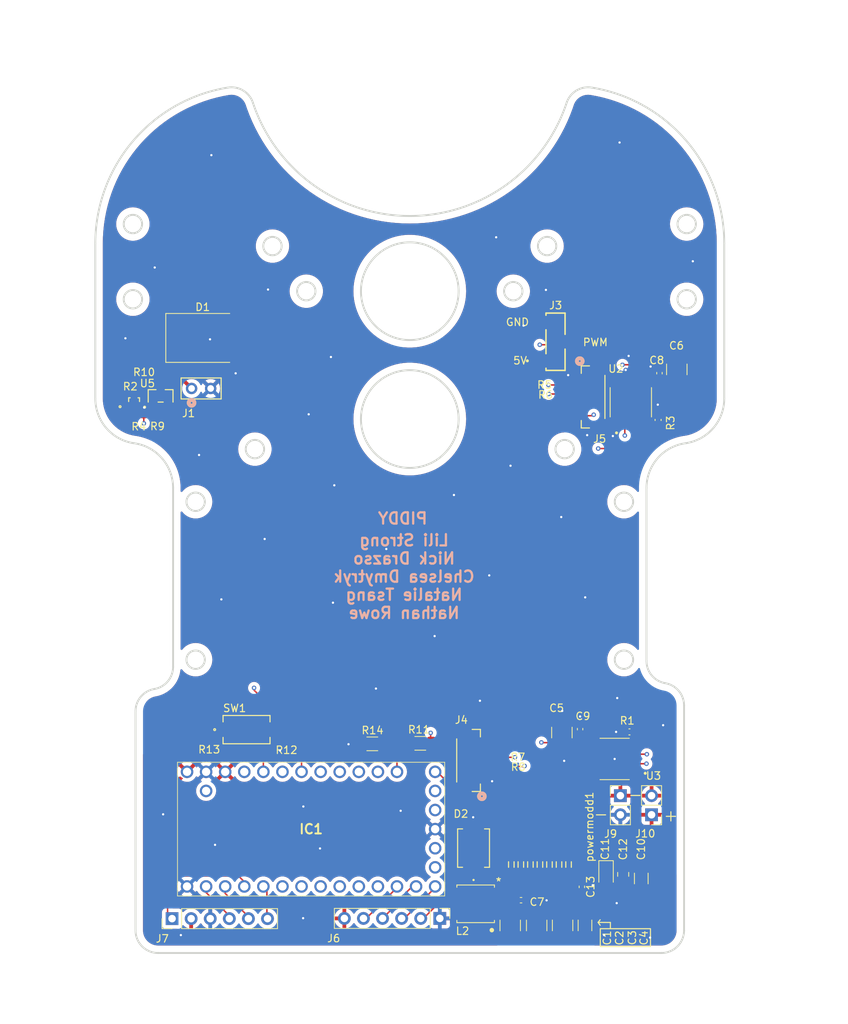
<source format=kicad_pcb>
(kicad_pcb (version 20240108) (generator "pcbnew") (generator_version "8.0")
  (layers (0 "F.Cu" signal) (1 "In1.Cu" signal) (2 "In2.Cu" signal) (31 "B.Cu" signal) (34 "B.Paste" user) (35 "F.Paste" user) (36 "B.SilkS" user "B.Silkscreen") (37 "F.SilkS" user "F.Silkscreen") (38 "B.Mask" user) (39 "F.Mask" user) (44 "Edge.Cuts" user))
  (net 0 "")
  (net 1 "5V")
  (net 2 "GND")
  (net 3 "7V4")
  (net 5 "/MISO")
  (net 7 "/FAN_CTRL")
  (net 8 "/ENCODER_IN6")
  (net 9 "/ENCODER_IN4")
  (net 10 "/ENCODER_IN5")
  (net 11 "/ENCODER_IN3")
  (net 13 "/PWM4")
  (net 14 "/CS")
  (net 15 "/START_SIG")
  (net 16 "/PWM5")
  (net 18 "/SCK")
  (net 20 "/PWM2")
  (net 22 "/PWM3")
  (net 24 "/PWM1")
  (net 25 "/MOSI")
  (net 26 "Net-(U5-D)")
  (net 27 "Net-(U3-OUT2)")
  (net 28 "Net-(U3-OUT1)")
  (net 29 "Net-(U2-OUT1)")
  (net 30 "Net-(U2-OUT2)")
  (net 31 "Net-(U3-ILIM)")
  (net 32 "Net-(U2-ILIM)")
  (net 33 "Net-(R13-Pad1)")
  (net 34 "Net-(D2-K)")
  (net 35 "Net-(powermodd1-BOOT)")
  (net 37 "Net-(R2-Base)")
  (net 38 "Net-(R2-Collector)")
  (net 39 "Net-(powermodd1-SS)")
  (net 40 "/HC05_TX")
  (net 41 "/BT_EN")
  (net 42 "/STATE")
  (net 43 "/HC05_RX")
  (net 44 "3V3")
  (net 45 "/B_SENSE")
  (net 46 "Net-(J4-Pad3)")
  (net 47 "Net-(J4-Pad2)")
  (net 48 "Net-(J5-Pad2)")
  (net 49 "Net-(J5-Pad3)")
  (net 50 "/Fan_IN")
  (net 51 "/B_Share")
  (footprint "Resistor_SMD:ERJ_2RKF10R0X" (layer "F.Cu") (at 105.942201 64.943628)
    (property "Reference" "R10")
    (property "Value" "10Ohm")
  )
  (footprint "Capacitor_SMD:C_1210_3225Metric_Pad1.33x2.70mm_HandSolder" (layer "F.Cu") (at 158.94 138.52 -90)
    (property "Reference" "C3")
    (property "Value" "47uF")
  )
  (footprint "Resistor_SMD:RES_ERJ3EKF4532V" (layer "F.Cu") (at 167.84 112.79)
    (property "Reference" "R1")
    (property "Value" "45kOhm")
  )
  (footprint "Diode_SMD:D_SMC" (layer "F.Cu") (at 111.045 60.403628)
    (property "Reference" "D1")
    (property "Value" "B320")
  )
  (footprint "Resistor_SMD:RES_ERJ2RKF4702X" (layer "F.Cu") (at 119.662 115.21)
    (property "Reference" "R12")
    (property "Value" "10k")
  )
  (footprint "Capacitor_SMD:C_0402_1005Metric" (layer "F.Cu") (at 171.83 65.09 90)
    (property "Reference" "C8")
    (property "Value" "0.1uF")
  )
  (footprint "Resistor_SMD:ERJ_2RKF10R0X" (layer "F.Cu") (at 158.85 67.86 180)
    (property "Reference" "R6")
    (property "Value" "10Ohm")
  )
  (footprint "Transistor_Power_Module:LM22679TJ" (layer "F.Cu") (at 155.925 124.212728)
    (property "Reference" "powermodd1")
    (property "Value" "LM22679TJ-5.0/NOPB")
  )
  (footprint "Resistor_SMD:ERJ_2RKF10R0X" (layer "F.Cu") (at 150.82 116.17)
    (property "Reference" "R8")
    (property "Value" "10Ohm")
  )
  (footprint "Resistor_SMD:ERJ_2RKF10R0X" (layer "F.Cu") (at 150.85 117.38)
    (property "Reference" "R7")
    (property "Value" "10Ohm")
  )
  (footprint "Capacitor_SMD:C_0805_2012Metric_Pad1.18x1.45mm_HandSolder" (layer "F.Cu") (at 167.005 131.733628 -90)
    (property "Reference" "C12")
    (property "Value" "6.8uF")
  )
  (footprint "motordriver:lili_foot" (layer "F.Cu") (at 165.865948 116.38858 180)
    (property "Reference" "U3")
    (property "Value" "DRV8871DDAR")
  )
  (footprint "Connector_PinHeader_2.54mm:PinHeader_1x02_P2.54mm_Vertical" (layer "F.Cu") (at 170.78 123.81 180)
    (property "Reference" "J10")
    (property "Value" "Conn_01x02_Pin")
  )
  (footprint "Inductor_SMD:IND_VLS5045EX-4R7M" (layer "F.Cu") (at 147.37 135.65 180)
    (property "Reference" "L2")
    (property "Value" "4.7uH")
  )
  (footprint "Button_Switch_SMD:SW_PTS636_CNK" (layer "F.Cu") (at 116.87955 112.49)
    (property "Reference" "SW1")
    (property "Value" "PTS636 SM50J SMTR LFS")
  )
  (footprint "Resistor_SMD:RES_ERJ3EKF4532V" (layer "F.Cu") (at 171.65 71.31 -90)
    (property "Reference" "R3")
    (property "Value" "45kOhm")
  )
  (footprint "Resistor_SMD:ERJ_2RKF10R0X" (layer "F.Cu") (at 158.84 66.66 180)
    (property "Reference" "R5")
    (property "Value" "10Ohm")
  )
  (footprint "Capacitor_SMD:C_1210_3225Metric_Pad1.33x2.70mm_HandSolder" (layer "F.Cu") (at 158.845948 112.87758 90)
    (property "Reference" "C5")
    (property "Value" "47uF")
  )
  (footprint "Resistor_SMD:R_1206_3216Metric" (layer "F.Cu") (at 140.0025 114.31 180)
    (property "Reference" "R11")
    (property "Value" "10KOhm")
  )
  (footprint "Resistor_SMD:R_1206_3216Metric" (layer "F.Cu") (at 133.6175 114.38 180)
    (property "Reference" "R14")
    (property "Value" "4.7KOhm")
  )
  (footprint "Capacitor_SMD:C_0402_1005Metric_Pad0.74x0.62mm_HandSolder" (layer "F.Cu") (at 161.505 133.396128 -90)
    (property "Reference" "C13")
    (property "Value" "1uF")
  )
  (footprint "Capacitor_SMD:C_1210_3225Metric_Pad1.33x2.70mm_HandSolder" (layer "F.Cu") (at 151.97 138.53 -90)
    (property "Reference" "C1")
    (property "Value" "47uF")
  )
  (footprint "Capacitor_SMD:C_1206_3216Metric_Pad1.33x1.80mm_HandSolder" (layer "F.Cu") (at 161.92 138.52 -90)
    (property "Reference" "C4")
    (property "Value" "22uF")
  )
  (footprint "Connector_PinHeader_2.54mm:PinHeader_1x06_P2.54mm_Vertical" (layer "F.Cu") (at 106.97 137.62 90)
    (property "Reference" "J7")
    (property "Value" "Conn_01x06")
  )
  (footprint "Capacitor_SMD:C_0402_1005Metric_Pad0.74x0.62mm_HandSolder" (layer "F.Cu") (at 153.41 135.17 180)
    (property "Reference" "C7")
    (property "Value" "0.1uF")
  )
  (footprint "Connector:SAMTEC_TSM-103-01-X-SV" (layer "F.Cu") (at 158 60.91 -90)
    (property "Reference" "J3")
    (property "Value" "TSM-103-01-X-SV")
  )
  (footprint "Capacitor_SMD:C_1210_3225Metric_Pad1.33x2.70mm_HandSolder" (layer "F.Cu") (at 174.14 64.59 90)
    (property "Reference" "C6")
    (property "Value" "47uF")
  )
  (footprint "LED_SMD:LED_0805_2012Metric_Pad1.15x1.40mm_HandSolder" (layer "F.Cu") (at 164.725 131.776128 -90)
    (property "Reference" "C11")
    (property "Value" "6.8uF")
  )
  (footprint "Capacitor_SMD:C_1206_3216Metric_Pad1.33x1.80mm_HandSolder" (layer "F.Cu") (at 169.41 132.2825 -90)
    (property "Reference" "C10")
    (property "Value" "22uF")
  )
  (footprint "Resistor_SMD:ERJ_2RKF10R0X" (layer "F.Cu") (at 114.64 115.19 180)
    (property "Reference" "R13")
    (property "Value" "1kOhm")
  )
  (footprint "Connector:CON2_1X2_TU_SLW_SAI" (layer "F.Cu") (at 110.835 67.123628)
    (property "Reference" "J1")
    (property "Value" "CES-102-01-G-S")
  )
  (footprint "Package_DirectFET:TO-236_VIS" (layer "F.Cu") (at 105.444999 68.107628)
    (property "Reference" "U5")
    (property "Value" "SI2305CDS-T1-GE3")
  )
  (footprint "Connector_PinHeader_2.54mm:PinHeader_1x02_P2.54mm_Vertical" (layer "F.Cu") (at 166.63 121.27)
    (property "Reference" "J9")
    (property "Value" "Conn_01x02_Pin")
  )
  (footprint "Diode_SMD:SS34B" (layer "F.Cu") (at 147.09 128.24 90)
    (property "Reference" "D2")
    (property "Value" "SS34B-HF")
  )
  (footprint "teensy:TEENSY40" (layer "F.Cu") (at 108.96 133.34)
    (property "Reference" "IC1")
    (property "Value" "TEENSY_4.0" (hide yes))
  )
  (footprint "Resistor_SMD:ERJ_2RKF10R0X" (layer "F.Cu") (at 102.652201 70.843356)
    (property "Reference" "R4")
    (property "Value" "10Ohm")
  )
  (footprint "Package_DirectFET:TRANS_2SC5658T2_ROM" (layer "F.Cu") (at 101.915 68.899456)
    (property "Reference" "R2")
    (property "Value" "2SC5663T2L")
  )
  (footprint "Resistor_SMD:RES_ERJ2RKF4702X" (layer "F.Cu") (at 105.015 70.853356 180)
    (property "Reference" "R9")
    (property "Value" "10k")
  )
  (footprint "Connector:CONN_BM06B-SRSS-TB_JST" (layer "F.Cu") (at 163 68.25 90)
    (property "Reference" "J5")
    (property "Value" "BM06B-SRSS-TBLFSN")
  )
  (footprint "motordriver:lili_foot" (layer "F.Cu") (at 168.02 68.96 90)
    (property "Reference" "U2")
    (property "Value" "DRV8871DDAR")
  )
  (footprint "Connector_PinHeader_2.54mm:PinHeader_1x06_P2.54mm_Vertical" (layer "F.Cu") (at 142.6 137.59 -90)
    (property "Reference" "J6")
    (property "Value" "Conn_01x06")
  )
  (footprint "Connector:CONN_BM06B-SRSS-TB_JST" (layer "F.Cu") (at 146.4248 116.58635 -90)
    (property "Reference" "J4")
    (property "Value" "BM06B-SRSS-TBLFSN")
  )
  (footprint "Capacitor_SMD:C_0402_1005Metric" (layer "F.Cu") (at 161.27 112.4228 90)
    (property "Reference" "C9")
    (property "Value" "0.1uF")
  )
  (footprint "Capacitor_SMD:C_1210_3225Metric_Pad1.33x2.70mm_HandSolder" (layer "F.Cu") (at 155.49 138.53 -90)
    (property "Reference" "C2")
    (property "Value" "47uF")
  )
  (gr_rect (start 163.96 138.96) (end 170.635 141.33) (stroke (width 0.15)) (fill none) (layer "F.SilkS"))
  (gr_line (start 163.67 138.12) (end 165.3 138.130014) (stroke (width 0.15)) (layer "F.SilkS"))
  (gr_line (start 168.02 121.24) (end 169.24 121.24) (stroke (width 0.15)) (layer "F.SilkS"))
  (gr_line (start 163.67 138.12) (end 163.94 138.5) (stroke (width 0.1)) (layer "F.SilkS"))
  (gr_line (start 165.3 138.13) (end 165.3 138.9) (stroke (width 0.15)) (layer "F.SilkS"))
  (gr_line (start 163.44 123.82) (end 164.66 123.82) (stroke (width 0.15)) (layer "F.SilkS"))
  (gr_line (start 163.94 137.77) (end 163.67 138.12) (stroke (width 0.15)) (layer "F.SilkS"))
  (gr_line (start 163.94 138.5) (end 163.67 138.12) (stroke (width 0.15)) (layer "F.SilkS"))
  (gr_line (start 173.35 124.63) (end 173.35 123.41) (stroke (width 0.15)) (layer "F.SilkS"))
  (gr_line (start 172.74 124.02) (end 173.96 124.02) (stroke (width 0.15)) (layer "F.SilkS"))
  (gr_circle (center 138.605 71.19) (end 145.105 71.19) (stroke (width 0.25)) (fill none) (layer "Edge.Cuts"))
  (gr_arc (start 159.48222 29.12842) (mid 138.605 44.19) (end 117.72778 29.12842) (stroke (width 0.25)) (layer "Edge.Cuts"))
  (gr_circle (center 156.878906 48.19) (end 158.103906 48.19) (stroke (width 0.25)) (fill none) (layer "Edge.Cuts"))
  (gr_arc (start 162.808133 27.113058) (mid 175.434375 34.217928) (end 180.455 47.808162) (stroke (width 0.25)) (layer "Edge.Cuts"))
  (gr_circle (center 101.755 45.261) (end 102.98 45.261) (stroke (width 0.25)) (fill none) (layer "Edge.Cuts"))
  (gr_arc (start 96.755 47.843628) (mid 101.764131 34.231424) (end 114.401867 27.113058) (stroke (width 0.25)) (layer "Edge.Cuts"))
  (gr_circle (center 167.105 103.19) (end 168.33 103.19) (stroke (width 0.25)) (fill none) (layer "Edge.Cuts"))
  (gr_circle (center 117.995315 75.19) (end 119.220315 75.19) (stroke (width 0.25)) (fill none) (layer "Edge.Cuts"))
  (gr_arc (start 172.605 106.313804) (mid 170.811941 105.290162) (end 170.105 103.350281) (stroke (width 0.25)) (layer "Edge.Cuts"))
  (gr_line (start 170.105 103.350281) (end 170.105 80.353638) (stroke (width 0.25)) (layer "Edge.Cuts"))
  (gr_arc (start 180.455 68.467658) (mid 178.97993 72.407836) (end 175.28 74.410679) (stroke (width 0.25)) (layer "Edge.Cuts"))
  (gr_arc (start 101.93 74.410679) (mid 105.62993 76.413511) (end 107.105 80.353688) (stroke (width 0.25)) (layer "Edge.Cuts"))
  (gr_line (start 180.455 68.467658) (end 180.455 47.808162) (stroke (width 0.25)) (layer "Edge.Cuts"))
  (gr_arc (start 114.401867 27.113058) (mid 116.435603 27.508851) (end 117.72778 29.12842) (stroke (width 0.25)) (layer "Edge.Cuts"))
  (gr_line (start 172.086407 142.19) (end 105.105 142.19) (stroke (width 0.25)) (layer "Edge.Cuts"))
  (gr_circle (center 101.755 55.261) (end 102.98 55.261) (stroke (width 0.25)) (fill none) (layer "Edge.Cuts"))
  (gr_line (start 96.755 47.843628) (end 96.755 68.47805) (stroke (width 0.25)) (layer "Edge.Cuts"))
  (gr_circle (center 110.105 82.19) (end 111.33 82.19) (stroke (width 0.25)) (fill none) (layer "Edge.Cuts"))
  (gr_line (start 102.105 139.174859) (end 102.105 110.047428) (stroke (width 0.25)) (layer "Edge.Cuts"))
  (gr_arc (start 107.105 104.131368) (mid 106.396287 106.06785) (end 104.605 107.089383) (stroke (width 0.25)) (layer "Edge.Cuts"))
  (gr_arc (start 102.105 110.047428) (mid 102.813712 108.110933) (end 104.605 107.089383) (stroke (width 0.25)) (layer "Edge.Cuts"))
  (gr_arc (start 175.105 139.189958) (mid 174.219713 141.317848) (end 172.086407 142.19) (stroke (width 0.25)) (layer "Edge.Cuts"))
  (gr_circle (center 110.105 103.19) (end 111.33 103.19) (stroke (width 0.25)) (fill none) (layer "Edge.Cuts"))
  (gr_circle (center 175.455 55.261) (end 176.68 55.261) (stroke (width 0.25)) (fill none) (layer "Edge.Cuts"))
  (gr_arc (start 170.105 80.353638) (mid 171.580071 76.41348) (end 175.28 74.410679) (stroke (width 0.25)) (layer "Edge.Cuts"))
  (gr_circle (center 138.605 54.19) (end 145.105 54.19) (stroke (width 0.25)) (fill none) (layer "Edge.Cuts"))
  (gr_circle (center 124.831094 54.19) (end 126.056094 54.19) (stroke (width 0.25)) (fill none) (layer "Edge.Cuts"))
  (gr_arc (start 105.105 142.19) (mid 102.978331 141.305954) (end 102.105 139.174859) (stroke (width 0.25)) (layer "Edge.Cuts"))
  (gr_circle (center 175.455 45.261) (end 176.68 45.261) (stroke (width 0.25)) (fill none) (layer "Edge.Cuts"))
  (gr_circle (center 167.105 82.19) (end 168.33 82.19) (stroke (width 0.25)) (fill none) (layer "Edge.Cuts"))
  (gr_arc (start 159.48222 29.12842) (mid 160.774401 27.508858) (end 162.808133 27.113058) (stroke (width 0.25)) (layer "Edge.Cuts"))
  (gr_circle (center 159.214685 75.19) (end 160.439685 75.19) (stroke (width 0.25)) (fill none) (layer "Edge.Cuts"))
  (gr_arc (start 101.93 74.410679) (mid 98.233478 72.411758) (end 96.755 68.47805) (stroke (width 0.25)) (layer "Edge.Cuts"))
  (gr_line (start 107.105 80.353688) (end 107.105 104.131368) (stroke (width 0.25)) (layer "Edge.Cuts"))
  (gr_arc (start 172.605 106.313804) (mid 174.399253 107.338859) (end 175.105 109.281023) (stroke (width 0.25)) (layer "Edge.Cuts"))
  (gr_circle (center 120.331094 48.19) (end 121.556094 48.19) (stroke (width 0.25)) (fill none) (layer "Edge.Cuts"))
  (gr_circle (center 152.378906 54.19) (end 153.603906 54.19) (stroke (width 0.25)) (fill none) (layer "Edge.Cuts"))
  (gr_line (start 175.105 109.281023) (end 175.105 139.189958) (stroke (width 0.25)) (layer "Edge.Cuts"))
  (gr_text "PIDDY" (at 141.11 85.29 0) (layer "B.SilkS") (effects (font (size 1.5 1.5) (thickness 0.3) (bold yes)) (justify left bottom mirror)))
  (gr_text "Lili Strong\nNick Drazso\nChelsea Dmytryk\nNatalie Tsang\nNathan Rowe" (at 137.84 97.85 0) (layer "B.SilkS") (effects (font (size 1.5 1.5) (thickness 0.3) (bold yes)) (justify bottom mirror)))
  (gr_text "GND" (at 151.31 58.89 0) (layer "F.SilkS") (effects (font (size 1 1)) (justify left bottom)))
  (gr_text "PWM" (at 161.56 61.57 0) (layer "F.SilkS") (effects (font (size 1 1)) (justify left bottom)))
  (gr_text "5V" (at 152.28 64 0) (layer "F.SilkS") (effects (font (size 1 1)) (justify left bottom)))
  (segment (start 155.925 134.305) (end 156.81 135.19) (width 0.2) (layer "F.Cu") (net 2))
  (segment (start 166.115 71.66) (end 166.115 73.195) (width 0.2) (layer "F.Cu") (net 2))
  (segment (start 148.1976 119.08635) (end 149.46635 119.08635) (width 0.2) (layer "F.Cu") (net 2))
  (segment (start 165.98 112.79) (end 166.06 112.79) (width 0.2) (layer "F.Cu") (net 2))
  (segment (start 158.845948 110.044052) (end 158.89 110) (width 0.2) (layer "F.Cu") (net 2))
  (segment (start 132.155 114.38) (end 130.5 114.38) (width 0.2) (layer "F.Cu") (net 2))
  (segment (start 103.25 69.67) (end 103.26 69.67) (width 0.2) (layer "F.Cu") (net 2))
  (segment (start 167.34 64.67) (end 167.34 64.95) (width 0.2) (layer "F.Cu") (net 2))
  (segment (start 153.74 58.77) (end 156.1395 58.77) (width 0.2) (layer "F.Cu") (net 2))
  (segment (start 149.46635 119.08635) (end 149.56 119.18) (width 0.2) (layer "F.Cu") (net 2))
  (segment (start 160.08 65.75) (end 159.68 65.35) (width 0.2) (layer "F.Cu") (net 2))
  (segment (start 158.845948 111.53658) (end 158.845948 110.044052) (width 0.2) (layer "F.Cu") (net 2))
  (segment (start 156.1395 58.77) (end 156.5395 58.37) (width 0.2) (layer "F.Cu") (net 2))
  (segment (start 165.98 112.79) (end 165.96 112.77) (width 0.2) (layer "F.Cu") (net 2))
  (segment (start 147.09 126.0175) (end 147.09 124.19) (width 0.2) (layer "F.Cu") (net 2))
  (segment (start 171.29 68.96) (end 171.61 69.28) (width 0.2) (layer "F.Cu") (net 2))
  (segment (start 156.86 135.19) (end 156.81 135.19) (width 0.2) (layer "F.Cu") (net 2))
  (segment (start 120.174 115.21) (end 121.28 115.21) (width 0.2) (layer "F.Cu") (net 2))
  (segment (start 161.2272 65.75) (end 160.08 65.75) (width 0.2) (layer "F.Cu") (net 2))
  (segment (start 130.5 114.38) (end 130.45 114.43) (width 0.2) (layer "F.Cu") (net 2))
  (segment (start 171.65 69.32) (end 171.61 69.28) (width 0.2) (layer "F.Cu") (net 2))
  (segment (start 157.195 132.607428) (end 157.195 134.875) (width 0.2) (layer "F.Cu") (net 2))
  (segment (start 165.71 73.6) (end 165.63 73.52) (width 0.2) (layer "F.Cu") (net 2))
  (segment (start 155.925 132.607428) (end 155.925 134.305) (width 0.2) (layer "F.Cu") (net 2))
  (segment (start 165.230948 117.02358) (end 165.865948 116.38858) (width 0.2) (layer "F.Cu") (net 2))
  (segment (start 163.165948 117.02358) (end 165.230948 117.02358) (width 0.2) (layer "F.Cu") (net 2))
  (segment (start 102.31505 69.445556) (end 103.025556 69.445556) (width 0.2) (layer "F.Cu") (net 2))
  (segment (start 156.87 135.2) (end 156.86 135.19) (width 0.2) (layer "F.Cu") (net 2))
  (segment (start 147.09 124.19) (end 147.04 124.14) (width 0.2) (layer "F.Cu") (net 2))
  (segment (start 149.56 119.18) (end 149.56 119.35) (width 0.2) (layer "F.Cu") (net 2))
  (segment (start 168.02 68.96) (end 171.29 68.96) (width 0.2) (layer "F.Cu") (net 2))
  (segment (start 171.65 70.585) (end 171.65 69.32) (width 0.2) (layer "F.Cu") (net 2))
  (segment (start 167.115 112.79) (end 166.06 112.79) (width 0.2) (layer "F.Cu") (net 2))
  (segment (start 157.195 134.875) (end 156.87 135.2) (width 0.2) (layer "F.Cu") (net 2))
  (segment (start 167.385 64.995) (end 167.385 66.26) (width 0.2) (layer "F.Cu") (net 2))
  (segment (start 167.770948 118.29358) (end 165.865948 116.38858) (width 0.2) (layer "F.Cu") (net 2))
  (segment (start 168.565948 118.29358) (end 167.770948 118.29358) (width 0.2) (layer "F.Cu") (net 2))
  (segment (start 165.63 73.52) (end 165.63 73.45) (width 0.2) (layer "F.Cu") (net 2))
  (segment (start 162.23 73.31) (end 162.21 73.33) (width 0.2) (layer "F.Cu") (net 2))
  (segment (start 166.115 73.195) (end 165.71 73.6) (width 0.2) (layer "F.Cu") (net 2))
  (segment (start 103.18 69.6) (end 103.25 69.67) (width 0.2) (layer "F.Cu") (net 2))
  (segment (start 167.34 64.95) (end 167.385 64.995) (width 0.2) (layer "F.Cu") (net 2))
  (segment (start 121.28 115.21) (end 121.33 115.26) (width 0.2) (layer "F.Cu") (net 2))
  (segment (start 103.025556 69.445556) (end 103.18 69.6) (width 0.2) (layer "F.Cu") (net 2))
  (segment (start 161.27 111.87) (end 161.27 110.74) (width 0.2) (layer "F.Cu") (net 2))
  (via (at 141.91 100.05) (size 0.6) (drill 0.3) (layers "F.Cu" "B.Cu") (net 2))
  (via (at 128.56 80) (size 0.6) (drill 0.3) (layers "F.Cu" "B.Cu") (net 2))
  (via (at 170.65 64.21) (size 0.6) (drill 0.3) (layers "F.Cu" "B.Cu") (net 2))
  (via (at 100.76 60.45) (size 0.6) (drill 0.3) (layers "F.Cu" "B.Cu") (net 2))
  (via (at 167.34 64.67) (size 0.6) (drill 0.3) (layers "F.Cu" "B.Cu") (net 2))
  (via (at 159.68 65.35) (size 0.6) (drill 0.3) (layers "F.Cu" "B.Cu") (net 2))
  (via (at 167.73 62.8) (size 0.6) (drill 0.3) (layers "F.Cu" "B.Cu") (net 2))
  (via (at 130.45 114.43) (size 0.6) (drill 0.3) (layers "F.Cu" "B.Cu") (net 2))
  (via (at 156.72 54.02) (size 0.6) (drill 0.3) (layers "F.Cu" "B.Cu") (net 2))
  (via (at 124.44 122.71) (size 0.6) (drill 0.3) (layers "F.Cu" "B.Cu") (net 2))
  (via (at 124.41 137.56) (size 0.6) (drill 0.3) (layers "F.Cu" "B.Cu") (net 2))
  (via (at 144.48 81.29) (size 0.6) (drill 0.3) (layers "F.Cu" "B.Cu") (net 2))
  (via (at 164.46 139.81) (size 0.6) (drill 0.3) (layers "F.Cu" "B.Cu") (net 2))
  (via (at 152.01 77.4) (size 0.6) (drill 0.3) (layers "F.Cu" "B.Cu") (net 2))
  (via (at 158.76 84.22) (size 0.6) (drill 0.3) (layers "F.Cu" "B.Cu") (net 2))
  (via (at 126.66 128.29) (size 0.6) (drill 0.3) (layers "F.Cu" "B.Cu") (net 2))
  (via (at 113.53 95.17) (size 0.6) (drill 0.3) (layers "F.Cu" "B.Cu") (net 2))
  (via (at 149.18 91.98) (size 0.6) (drill 0.3) (layers "F.Cu" "B.Cu") (net 2))
  (via (at 108.14 139.81) (size 0.6) (drill 0.3) (layers "F.Cu" "B.Cu") (net 2))
  (via (at 121.33 115.26) (size 0.6) (drill 0.3) (layers "F.Cu" "B.Cu") (net 2))
  (via (at 166.21 108.29) (size 0.6) (drill 0.3) (layers "F.Cu" "B.Cu") (net 2))
  (via (at 112.69 127.81) (size 0.6) (drill 0.3) (layers "F.Cu" "B.Cu") (net 2))
  (via (at 115.43 65.11) (size 0.6) (drill 0.3) (layers "F.Cu" "B.Cu") (net 2))
  (via (at 153.74 58.77) (size 0.6) (drill 0.3) (layers "F.Cu" "B.Cu") (net 2))
  (via (at 159.15 116.64) (size 0.6) (drill 0.3) (layers "F.Cu" "B.Cu") (net 2))
  (via (at 137.39 123.28) (size 0.6) (drill 0.3) (layers "F.Cu" "B.Cu") (net 2))
  (via (at 112.2 36.1) (size 0.6) (drill 0.3) (layers "F.Cu" "B.Cu") (net 2))
  (via (at 156.81 135.19) (size 0.6) (drill 0.3) (layers "F.Cu" "B.Cu") (net 2))
  (via (at 125.15 70.56) (size 0.6) (drill 0.3) (layers "F.Cu" "B.Cu") (net 2))
  (via (at 165.865948 116.38858) (size 0.6) (drill 0.3) (layers "F.Cu" "B.Cu") (net 2))
  (via (at 147.04 124.14) (size 0.6) (drill 0.3) (layers "F.Cu" "B.Cu") (net 2))
  (via (at 112.02 60.59) (size 0.6) (drill 0.3) (layers "F.Cu" "B.Cu") (net 2))
  (via (at 166.14 135.56) (size 0.6) (drill 0.3) (layers "F.Cu" "B.Cu") (net 2))
  (via (at 104.66 51.04) (size 0.6) (drill 0.3) (layers "F.Cu" "B.Cu") (net 2))
  (via (at 149.56 119.35) (size 0.6) (drill 0.3) (layers "F.Cu" "B.Cu") (net 2))
  (via (at 176.27 50.21) (size 0.6) (drill 0.3) (layers "F.Cu" "B.Cu") (net 2))
  (via (at 135.48 88.47) (size 0.6) (drill 0.3) (layers "F.Cu" "B.Cu") (net 2))
  (via (at 158.89 110) (size 0.6) (drill 0.3) (layers "F.Cu" "B.Cu") (net 2))
  (via (at 134.1 107.03) (size 0.6) (drill 0.3) (layers "F.Cu" "B.Cu") (net 2))
  (via (at 171.61 69.28) (size 0.6) (drill 0.3) (layers "F.Cu" "B.Cu") (net 2))
  (via (at 162.21 73.33) (size 0.6) (drill 0.3) (layers "F.Cu" "B.Cu") (net 2))
  (via (at 162.95 133.18) (size 0.6) (drill 0.3) (layers "F.Cu" "B.Cu") (net 2))
  (via (at 161.27 110.74) (size 0.6) (drill 0.3) (layers "F.Cu" "B.Cu") (net 2))
  (via (at 150.1 47.02) (size 0.6) (drill 0.3) (layers "F.Cu" "B.Cu") (net 2))
  (via (at 172.32 111.9) (size 0.6) (drill 0.3) (layers "F.Cu" "B.Cu") (net 2))
  (via (at 165.63 73.45) (size 0.6) (drill 0.3) (layers "F.Cu" "B.Cu") (net 2))
  (via (at 170.58 140.14) (size 0.6) (drill 0.3) (layers "F.Cu" "B.Cu") (net 2))
  (via (at 110.56 75.97) (size 0.6) (drill 0.3) (layers "F.Cu" "B.Cu") (net 2))
  (via (at 128.11 62.94) (size 0.6) (drill 0.3) (layers "F.Cu" "B.Cu") (net 2))
  (via (at 166.06 112.79) (size 0.6) (drill 0.3) (layers "F.Cu" "B.Cu") (net 2))
  (via (at 119.29 87.14) (size 0.6) (drill 0.3) (layers "F.Cu" "B.Cu") (net 2))
  (via (at 147.94 108.65) (size 0.6) (drill 0.3) (layers "F.Cu" "B.Cu") (net 2))
  (via (at 105.78 123.75) (size 0.6) (drill 0.3) (layers "F.Cu" "B.Cu") (net 2))
  (via (at 161.95 94.9) (size 0.6) (drill 0.3) (layers "F.Cu" "B.Cu") (net 2))
  (via (at 119.74 53.97) (size 0.6) (drill 0.3) (layers "F.Cu" "B.Cu") (net 2))
  (via (at 128.38 95.61) (size 0.6) (drill 0.3) (layers "F.Cu" "B.Cu") (net 2))
  (via (at 166.52 34.42) (size 0.6) (drill 0.3) (layers "F.Cu" "B.Cu") (net 2))
  (via (at 103.26 69.67) (size 0.6) (drill 0.3) (layers "F.Cu" "B.Cu") (net 2))
  (segment (start 164.725 130.751128) (end 164.523872 130.55) (width 0.4) (layer "F.Cu") (net 3))
  (segment (start 141.38 114.225) (end 141.465 114.31) (width 0.2) (layer "F.Cu") (net 3))
  (segment (start 158.845948 114.21858) (end 156.14858 114.21858) (width 0.2) (layer "F.Cu") (net 3))
  (segment (start 164.363872 130.39) (end 154.18 130.39) (width 0.5) (layer "F.Cu") (net 3))
  (segment (start 164.523872 130.55) (end 164.383872 130.41) (width 0.45) (layer "F.Cu") (net 3))
  (segment (start 156.14858 114.21858) (end 156.12 114.19) (width 0.2) (layer "F.Cu") (net 3))
  (segment (start 153.385 131.423228) (end 153.385 132.607428) (width 0.2) (layer "F.Cu") (net 3))
  (segment (start 154.18 130.39) (end 153.385 131.185) (width 0.5) (layer "F.Cu") (net 3))
  (segment (start 153.385 131.185) (end 153.385 131.423228) (width 0.5) (layer "F.Cu") (net 3))
  (segment (start 141.38 112.92) (end 141.38 114.225) (width 0.2) (layer "F.Cu") (net 3))
  (segment (start 164.383872 130.41) (end 164.363872 130.39) (width 0.5) (layer "F.Cu") (net 3))
  (via (at 141.38 112.92) (size 0.6) (drill 0.3) (layers "F.Cu" "B.Cu") (net 3))
  (via (at 156.12 114.19) (size 0.6) (drill 0.3) (layers "F.Cu" "B.Cu") (net 3))
  (segment (start 137.52 137.59) (end 137.88 137.59) (width 0.2) (layer "F.Cu") (net 5))
  (segment (start 137.88 137.59) (end 141.98 133.49) (width 0.2) (layer "F.Cu") (net 5))
  (segment (start 141.98 133.49) (end 141.98 133.34) (width 0.2) (layer "F.Cu") (net 5))
  (segment (start 124.2 113.56) (end 117.91 107.27) (width 0.2) (layer "F.Cu") (net 7))
  (segment (start 124.2 118.1) (end 124.2 113.56) (width 0.2) (layer "F.Cu") (net 7))
  (segment (start 117.91 106.97) (end 117.88 106.94) (width 0.2) (layer "F.Cu") (net 7))
  (segment (start 103.205 70.843356) (end 103.205 71.765) (width 0.2) (layer "F.Cu") (net 7))
  (segment (start 103.205 71.765) (end 103.21 71.77) (width 0.2) (layer "F.Cu") (net 7))
  (segment (start 117.91 107.27) (end 117.91 106.97) (width 0.2) (layer "F.Cu") (net 7))
  (via (at 117.88 106.94) (size 0.6) (drill 0.3) (layers "F.Cu" "B.Cu") (net 7))
  (via (at 103.21 71.77) (size 0.6) (drill 0.3) (layers "F.Cu" "B.Cu") (net 7))
  (segment (start 157.06 66.66) (end 158.287201 66.66) (width 0.2) (layer "F.Cu") (net 8))
  (via (at 157.06 66.66) (size 0.6) (drill 0.3) (layers "F.Cu" "B.Cu") (net 8))
  (segment (start 153.88 117.32) (end 153.82 117.38) (width 0.2) (layer "F.Cu") (net 9))
  (segment (start 153.82 117.38) (end 151.402799 117.38) (width 0.2) (layer "F.Cu") (net 9))
  (via (at 153.88 117.32) (size 0.6) (drill 0.3) (layers "F.Cu" "B.Cu") (net 9))
  (segment (start 157.09 67.86) (end 158.297201 67.86) (width 0.2) (layer "F.Cu") (net 10))
  (via (at 157.09 67.86) (size 0.6) (drill 0.3) (layers "F.Cu" "B.Cu") (net 10))
  (segment (start 152.59 116.17) (end 152.6 116.16) (width 0.2) (layer "F.Cu") (net 11))
  (segment (start 151.372799 116.17) (end 152.59 116.17) (width 0.2) (layer "F.Cu") (net 11))
  (via (at 152.6 116.16) (size 0.6) (drill 0.3) (layers "F.Cu" "B.Cu") (net 11))
  (segment (start 167.22 73.38) (end 167.22 71.825) (width 0.2) (layer "F.Cu") (net 13))
  (segment (start 167.22 71.825) (end 167.385 71.66) (width 0.2) (layer "F.Cu") (net 13))
  (via (at 167.22 73.38) (size 0.6) (drill 0.3) (layers "F.Cu" "B.Cu") (net 13))
  (segment (start 136.9 133.49) (end 132.8 137.59) (width 0.2) (layer "F.Cu") (net 14))
  (segment (start 132.8 137.59) (end 132.44 137.59) (width 0.2) (layer "F.Cu") (net 14))
  (segment (start 136.9 133.34) (end 136.9 133.49) (width 0.2) (layer "F.Cu") (net 14))
  (segment (start 119.15 113.469551) (end 120.129551 112.49) (width 0.2) (layer "F.Cu") (net 15))
  (segment (start 119.15 115.21) (end 119.15 113.469551) (width 0.2) (layer "F.Cu") (net 15))
  (segment (start 119.12 115.24) (end 119.15 115.21) (width 0.2) (layer "F.Cu") (net 15))
  (segment (start 119.12 118.1) (end 119.12 115.24) (width 0.2) (layer "F.Cu") (net 15))
  (segment (start 168.655 73.345) (end 168.655 71.66) (width 0.2) (layer "F.Cu") (net 16))
  (segment (start 166.89 75.11) (end 168.655 73.345) (width 0.2) (layer "F.Cu") (net 16))
  (segment (start 163.68 75.11) (end 166.89 75.11) (width 0.2) (layer "F.Cu") (net 16))
  (via (at 163.68 75.11) (size 0.6) (drill 0.3) (layers "F.Cu" "B.Cu") (net 16))
  (segment (start 142.24 118.1) (end 143.74 119.6) (width 0.2) (layer "F.Cu") (net 18))
  (segment (start 143.74 134.27) (end 140.42 137.59) (width 0.2) (layer "F.Cu") (net 18))
  (segment (start 141.98 118.1) (end 142.24 118.1) (width 0.2) (layer "F.Cu") (net 18))
  (segment (start 140.42 137.59) (end 140.06 137.59) (width 0.2) (layer "F.Cu") (net 18))
  (segment (start 143.74 119.6) (end 143.74 134.27) (width 0.2) (layer "F.Cu") (net 18))
  (segment (start 170.09642 117.02358) (end 170.1 117.02) (width 0.2) (layer "F.Cu") (net 20))
  (segment (start 168.565948 117.02358) (end 170.09642 117.02358) (width 0.2) (layer "F.Cu") (net 20))
  (via (at 170.1 117.02) (size 0.6) (drill 0.3) (layers "F.Cu" "B.Cu") (net 20))
  (segment (start 168.565948 115.75358) (end 170.14358 115.75358) (width 0.2) (layer "F.Cu") (net 22))
  (segment (start 170.14358 115.75358) (end 170.15 115.76) (width 0.2) (layer "F.Cu") (net 22))
  (via (at 170.15 115.76) (size 0.6) (drill 0.3) (layers "F.Cu" "B.Cu") (net 22))
  (segment (start 159.0605 61.31) (end 159.4605 60.91) (width 0.2) (layer "F.Cu") (net 24))
  (segment (start 155.9 61.31) (end 159.0605 61.31) (width 0.2) (layer "F.Cu") (net 24))
  (via (at 155.9 61.31) (size 0.6) (drill 0.3) (layers "F.Cu" "B.Cu") (net 24))
  (segment (start 136.49 135.79) (end 138.94 133.34) (width 0.2) (layer "F.Cu") (net 25))
  (segment (start 136.49 136.08) (end 136.49 135.79) (width 0.2) (layer "F.Cu") (net 25))
  (segment (start 134.98 137.59) (end 136.49 136.08) (width 0.2) (layer "F.Cu") (net 25))
  (segment (start 138.94 133.34) (end 139.44 133.34) (width 0.2) (layer "F.Cu") (net 25))
  (segment (start 105.444999 64.999225) (end 105.389402 64.943628) (width 0.2) (layer "F.Cu") (net 26))
  (segment (start 105.444999 67.091628) (end 105.444999 64.999225) (width 0.2) (layer "F.Cu") (net 26))
  (segment (start 155.9 117.72) (end 161.59 117.72) (width 0.2) (layer "F.Cu") (net 27))
  (segment (start 148.1976 115.08635) (end 153.26635 115.08635) (width 0.2) (layer "F.Cu") (net 27))
  (segment (start 163.159528 118.3) (end 163.165948 118.29358) (width 0.2) (layer "F.Cu") (net 27))
  (segment (start 162.17 118.3) (end 163.159528 118.3) (width 0.2) (layer "F.Cu") (net 27))
  (segment (start 153.26635 115.08635) (end 155.9 117.72) (width 0.2) (layer "F.Cu") (net 27))
  (segment (start 161.59 117.72) (end 162.17 118.3) (width 0.2) (layer "F.Cu") (net 27))
  (segment (start 163.165948 115.75358) (end 163.160948 115.74858) (width 0.2) (layer "F.Cu") (net 28))
  (segment (start 153.68635 114.08635) (end 155.35358 115.75358) (width 0.2) (layer "F.Cu") (net 28))
  (segment (start 148.1976 114.08635) (end 153.68635 114.08635) (width 0.2) (layer "F.Cu") (net 28))
  (segment (start 155.35358 115.75358) (end 163.165948 115.75358) (width 0.2) (layer "F.Cu") (net 28))
  (segment (start 167.7 63.97) (end 168.655 64.925) (width 0.2) (layer "F.Cu") (net 29))
  (segment (start 166.92 63.97) (end 167.7 63.97) (width 0.2) (layer "F.Cu") (net 29))
  (segment (start 168.655 64.925) (end 168.655 66.26) (width 0.2) (layer "F.Cu") (net 29))
  (segment (start 161.2272 70.75) (end 162.95 70.75) (width 0.2) (layer "F.Cu") (net 29))
  (segment (start 166.91 63.98) (end 166.92 63.97) (width 0.2) (layer "F.Cu") (net 29))
  (segment (start 162.95 70.75) (end 163.08 70.62) (width 0.2) (layer "F.Cu") (net 29))
  (via (at 163.08 70.62) (size 0.6) (drill 0.3) (layers "F.Cu" "B.Cu") (net 29))
  (via (at 166.91 63.98) (size 0.6) (drill 0.3) (layers "F.Cu" "B.Cu") (net 29))
  (segment (start 162.625 69.75) (end 166.115 66.26) (width 0.2) (layer "F.Cu") (net 30))
  (segment (start 161.2272 69.75) (end 162.625 69.75) (width 0.2) (layer "F.Cu") (net 30))
  (segment (start 168.565 112.79) (end 168.565 114.482632) (width 0.2) (layer "F.Cu") (net 31))
  (segment (start 168.565 114.482632) (end 168.565948 114.48358) (width 0.2) (layer "F.Cu") (net 31))
  (segment (start 169.925 71.66) (end 170.125 71.86) (width 0.2) (layer "F.Cu") (net 32))
  (segment (start 171.475 71.86) (end 171.65 72.035) (width 0.2) (layer "F.Cu") (net 32))
  (segment (start 170.125 71.86) (end 171.475 71.86) (width 0.2) (layer "F.Cu") (net 32))
  (segment (start 113.629549 112.49) (end 113.65 112.49) (width 0.2) (layer "F.Cu") (net 33))
  (segment (start 115.192799 114.032799) (end 115.192799 115.19) (width 0.2) (layer "F.Cu") (net 33))
  (segment (start 113.65 112.49) (end 115.192799 114.032799) (width 0.2) (layer "F.Cu") (net 33))
  (segment (start 147.1275 130.5) (end 147.09 130.4625) (width 0.5) (layer "F.Cu") (net 34))
  (segment (start 145.23 132.3225) (end 145.23 135.31) (width 0.5) (layer "F.Cu") (net 34))
  (segment (start 145.23 135.31) (end 145.57 135.65) (width 0.5) (layer "F.Cu") (net 34))
  (segment (start 152.115 132.607428) (end 152.087428 132.607428) (width 0.2) (layer "F.Cu") (net 34))
  (segment (start 152.115 134.4425) (end 152.115 132.607428) (width 0.2) (layer "F.Cu") (net 34))
  (segment (start 147.09 130.4625) (end 145.23 132.3225) (width 0.5) (layer "F.Cu") (net 34))
  (segment (start 149.98 130.5) (end 147.1275 130.5) (width 0.5) (layer "F.Cu") (net 34))
  (segment (start 152.087428 132.607428) (end 149.98 130.5) (width 0.5) (layer "F.Cu") (net 34))
  (segment (start 152.8425 135.17) (end 152.115 134.4425) (width 0.2) (layer "F.Cu") (net 34))
  (segment (start 154.655 134.4925) (end 154.655 132.607428) (width 0.2) (layer "F.Cu") (net 35))
  (segment (start 153.9775 135.17) (end 154.655 134.4925) (width 0.2) (layer "F.Cu") (net 35))
  (segment (start 101.51495 69.445556) (end 101.51495 70.258904) (width 0.2) (layer "F.Cu") (net 37))
  (segment (start 101.51495 70.258904) (end 102.099402 70.843356) (width 0.2) (layer "F.Cu") (net 37))
  (segment (start 104.503 69.13163) (end 104.494998 69.123628) (width 0.2) (layer "F.Cu") (net 38))
  (segment (start 101.915 68.353356) (end 103.724726 68.353356) (width 0.2) (layer "F.Cu") (net 38))
  (segment (start 104.503 70.853356) (end 104.503 69.13163) (width 0.2) (layer "F.Cu") (net 38))
  (segment (start 103.724726 68.353356) (end 104.494998 69.123628) (width 0.2) (layer "F.Cu") (net 38))
  (segment (start 161.2838 132.607428) (end 161.505 132.828628) (width 0.2) (layer "F.Cu") (net 39))
  (segment (start 159.735 132.607428) (end 161.2838 132.607428) (width 0.2) (layer "F.Cu") (net 39))
  (segment (start 111.5 133.34) (end 111.5 134.15) (width 0.2) (layer "F.Cu") (net 40))
  (segment (start 111.5 134.15) (end 114.59 137.24) (width 0.2) (layer "F.Cu") (net 40))
  (segment (start 114.59 137.24) (end 114.59 137.62) (width 0.2) (layer "F.Cu") (net 40))
  (segment (start 107.24 131.95) (end 115.81 131.95) (width 0.2) (layer "F.Cu") (net 41))
  (segment (start 106.97 137.62) (end 106.37 137.02) (width 0.2) (layer "F.Cu") (net 41))
  (segment (start 116.58 132.72) (end 116.58 133.34) (width 0.2) (layer "F.Cu") (net 41))
  (segment (start 106.37 132.82) (end 107.24 131.95) (width 0.2) (layer "F.Cu") (net 41))
  (segment (start 115.81 131.95) (end 116.58 132.72) (width 0.2) (layer "F.Cu") (net 41))
  (segment (start 106.37 137.02) (end 106.37 132.82) (width 0.2) (layer "F.Cu") (net 41))
  (segment (start 119.59 137.54) (end 119.59 133.81) (width 0.2) (layer "F.Cu") (net 42))
  (segment (start 119.67 137.62) (end 119.59 137.54) (width 0.2) (layer "F.Cu") (net 42))
  (segment (start 119.59 133.81) (end 119.12 133.34) (width 0.2) (layer "F.Cu") (net 42))
  (segment (start 114.04 134.27) (end 117.13 137.36) (width 0.2) (layer "F.Cu") (net 43))
  (segment (start 117.13 137.36) (end 117.13 137.62) (width 0.2) (layer "F.Cu") (net 43))
  (segment (start 114.04 133.34) (end 114.04 134.27) (width 0.2) (layer "F.Cu") (net 43))
  (segment (start 135.08 114.38) (end 138.47 114.38) (width 0.2) (layer "F.Cu") (net 45))
  (segment (start 138.47 114.38) (end 138.54 114.31) (width 0.2) (layer "F.Cu") (net 45))
  (segment (start 136.9 115.95) (end 138.54 114.31) (width 0.2) (layer "F.Cu") (net 45))
  (segment (start 136.9 115.95) (end 136.9 118.1) (width 0.2) (layer "F.Cu") (net 45))
  (segment (start 150.267201 116.17) (end 149.350852 117.086349) (width 0.2) (layer "F.Cu") (net 46))
  (segment (start 149.350852 117.086349) (end 148.1976 117.086349) (width 0.2) (layer "F.Cu") (net 46))
  (segment (start 150.267201 116.237201) (end 150.28 116.25) (width 0.2) (layer "F.Cu") (net 46))
  (segment (start 150.267201 116.17) (end 150.267201 116.237201) (width 0.2) (layer "F.Cu") (net 46))
  (segment (start 149.590851 118.08635) (end 148.1976 118.08635) (width 0.2) (layer "F.Cu") (net 47))
  (segment (start 150.297201 117.38) (end 149.590851 118.08635) (width 0.2) (layer "F.Cu") (net 47))
  (segment (start 161.1372 66.66) (end 161.2272 66.75) (width 0.2) (layer "F.Cu") (net 48))
  (segment (start 159.392799 66.66) (end 161.1372 66.66) (width 0.2) (layer "F.Cu") (net 48))
  (segment (start 159.402799 67.86) (end 161.117201 67.86) (width 0.2) (layer "F.Cu") (net 49))
  (segment (start 161.117201 67.86) (end 161.2272 67.750001) (width 0.2) (layer "F.Cu") (net 49))
  (zone (net 51) (net_name "/B_Share") (layer "F.Cu") (priority 11) (connect_pads (clearance 0.5)) (min_thickness 0.25) (fill yes (thermal_gap 0.5) (thermal_bridge_width 0.5))
    (polygon (pts (xy 164.78 119.51) (xy 164.84 122.35) (xy 165.66 122.47) (xy 172.37 122.53) (xy 172.62 122.31) (xy 172.65 119.31)))
  )
  (zone (net 2) (net_name "GND") (layer "F.Cu") (priority 9) (connect_pads (clearance 0.5)) (min_thickness 0.25) (fill yes (thermal_gap 0.5) (thermal_bridge_width 0.5))
    (polygon (pts (xy 111.11 58.16) (xy 111.01 68.17) (xy 114.36 68.24) (xy 116.36 65.44) (xy 116.51 58) (xy 111.3 57.97)))
  )
  (zone (net 1) (net_name "5V") (layer "F.Cu") (priority 3) (connect_pads thru_hole_only (clearance 0.5)) (min_thickness 0.25) (fill yes (thermal_gap 0.5) (thermal_bridge_width 0.5) (island_removal_mode 2) (island_area_min 10))
    (polygon (pts (xy 126.81 139.13) (xy 121.32 139.19) (xy 120.72 138.8) (xy 120.63 135.73) (xy 131.41 135.86) (xy 131.43 139.04)))
  )
  (zone (net 3) (net_name "7V4") (layer "F.Cu") (priority 12) (connect_pads (clearance 0.5)) (min_thickness 0.25) (fill yes (thermal_gap 0.5) (thermal_bridge_width 0.5) (island_removal_mode 1) (island_area_min 10))
    (polygon (pts (xy 156.955948 113.04858) (xy 157.03 115.44) (xy 160.92 115.31) (xy 164.055948 115.25858) (xy 164.175948 114.95858) (xy 164.115948 113.18858) (xy 161.81 112.59) (xy 160.365948 112.60858) (xy 157.315948 112.79858) (xy 157.085948 112.85858)))
  )
  (zone (net 3) (net_name "7V4") (layer "F.Cu") (priority 10) (connect_pads (clearance 0.5)) (min_thickness 0.25) (fill yes (thermal_gap 0.5) (thermal_bridge_width 0.5))
    (polygon (pts (xy 174.01 124.39) (xy 173.93 111.27) (xy 171.16 109.44) (xy 163.53 109.35) (xy 162.07 110.61) (xy 161.76 114)))
  )
  (zone (net 3) (net_name "7V4") (layer "F.Cu") (priority 6) (connect_pads (clearance 0.5)) (min_thickness 0.25) (fill yes (thermal_gap 0.5) (thermal_bridge_width 0.5))
    (polygon (pts (xy 163.84 129.86) (xy 163.73 131.29) (xy 164.08 131.74) (xy 173.44 131.72) (xy 173.98 129.61) (xy 174.06 122.98) (xy 173.47 122.6) (xy 168.97 122.47) (xy 168.55 123.35) (xy 168.44 127.22) (xy 164.89 128.83) (xy 163.74 129.67) (xy 163.65 130.19)))
  )
  (zone (net 1) (net_name "5V") (layer "F.Cu") (priority 5) (connect_pads (clearance 0.5)) (min_thickness 0.25) (fill yes (thermal_gap 0.5) (thermal_bridge_width 0.5))
    (polygon (pts (xy 146.92 134.52) (xy 146.91 137.68) (xy 147.73 138.82) (xy 164.77 138.21) (xy 164.95 135.42) (xy 160.83 135.25) (xy 159.16 134.98) (xy 159.12 132.69) (xy 159.09 130.99) (xy 157.92 130.92) (xy 157.95 134.8) (xy 158.02 135.45) (xy 157.93 135.69) (xy 153.6 135.62) (xy 151.7 132.89) (xy 147.17 132.88) (xy 146.92 133.05)))
  )
  (zone (net 2) (net_name "GND") (layer "F.Cu") (priority 15) (connect_pads (clearance 0.5)) (min_thickness 0.25) (fill yes (thermal_gap 0.5) (thermal_bridge_width 0.5))
    (polygon (pts (xy 167.14 65.68) (xy 168.09 65.69) (xy 168.44 65.09) (xy 171.46 64.98) (xy 176.29 64.65) (xy 176.05 61.84) (xy 168.3 62.13) (xy 166.85 62.69) (xy 166.83 65.18)))
  )
  (zone (net 50) (net_name "/Fan_IN") (layer "F.Cu") (priority 8) (connect_pads (clearance 0.5)) (min_thickness 0.25) (fill yes (thermal_gap 0.5) (thermal_bridge_width 0.5))
    (polygon (pts (xy 105.99 64.27) (xy 106.02 58.81) (xy 106.3 58.11) (xy 109.73 58.09) (xy 110.44 59.62) (xy 110.75 60.99) (xy 110.72 68.34) (xy 107.73 68.39) (xy 106.81 66.95) (xy 105.94 65.45)))
  )
  (zone (net 44) (net_name "3V3") (layer "F.Cu") (priority 4) (connect_pads (clearance 0.5)) (min_thickness 0.25) (fill yes (thermal_gap 0.5) (thermal_bridge_width 0.5))
    (polygon (pts (xy 113.09 114.81) (xy 112.7 118.86) (xy 114.02 121.37) (xy 136.86 121.22) (xy 140.37 119.11) (xy 141.03 117.13) (xy 143.39 116.83) (xy 149 116.56) (xy 149.43 115.94) (xy 149.16 115.49) (xy 146.31 115.47) (xy 138.81 115.66) (xy 137.86 118.33) (xy 115.84 118.12) (xy 114.8142 114.9908) (xy 114.16 114.16) (xy 113.26 114.16)))
  )
  (zone (net 1) (net_name "5V") (layer "F.Cu") (priority 16) (connect_pads (clearance 0.5)) (min_thickness 0.25) (fill yes (thermal_gap 0.5) (thermal_bridge_width 0.5))
    (polygon (pts (xy 103.49 115.65) (xy 103.49 109.28) (xy 105.21 88.69) (xy 104.75 73.03) (xy 105.15 70.4) (xy 105.67 67.91) (xy 107.02 68.01) (xy 107.5 68.39) (xy 114.57 68.59) (xy 132.59 62.58) (xy 141.05 61.09) (xy 147.99 60.61) (xy 158.92 61.99) (xy 158.9 64.67) (xy 153.2 66.52) (xy 153.1 69.12) (xy 145.97 96.76) (xy 124.94 110.05) (xy 113.28 110.27) (xy 111.47 115.3) (xy 111.63 116.62) (xy 109.17 119.47)))
  )
  (zone (net 2) (net_name "GND") (layer "F.Cu") (connect_pads (clearance 0.5)) (min_thickness 0.25) (fill yes (thermal_gap 0.5) (thermal_bridge_width 0.5))
    (polygon (pts (xy 84.07 20.33) (xy 176.19 22.61) (xy 196.93 44.48) (xy 190.01 140.95) (xy 93.35 151.65)))
  )
  (zone (net 44) (net_name "3V3") (layer "F.Cu") (priority 17) (connect_pads (clearance 0.5)) (min_thickness 0.25) (fill yes (thermal_gap 0.5) (thermal_bridge_width 0.5))
    (polygon (pts (xy 146.91 115.62) (xy 146.89 114.2) (xy 144.72 113.69) (xy 144.53 111.26) (xy 157.45 94.86) (xy 157.39 74.08) (xy 159.89 72.5) (xy 159.94 68.5) (xy 155.82 68.5) (xy 154.19 68.68) (xy 153.01 73.38) (xy 152.99 91.33) (xy 150.19 97.94) (xy 142.61 104.06) (xy 142.49 116.06)))
  )
  (zone (net 2) (net_name "GND") (layer "F.Cu") (priority 7) (connect_pads (clearance 0.5)) (min_thickness 0.25) (fill yes (thermal_gap 0.5) (thermal_bridge_width 0.5))
    (polygon (pts (xy 150.77 138.77) (xy 150.74 141.76) (xy 172.43 141.89) (xy 173.76 140.94) (xy 174.68 139.46) (xy 174.59 132.52) (xy 174.22 131.95) (xy 164.19 132.03) (xy 163.11 132.23) (xy 162.26 132.77) (xy 162.17 133.44) (xy 161.01 133.46) (xy 160.99 134.76) (xy 161.02 135.08) (xy 165.19 135.21) (xy 164.77 138.45)))
  )
  (zone (net 1) (net_name "5V") (layer "F.Cu") (priority 2) (connect_pads thru_hole_only (clearance 0.5)) (min_thickness 0.25) (fill yes (thermal_gap 0.5) (thermal_bridge_width 0.5))
    (polygon (pts (xy 146.91 137.68) (xy 144.86 137.71) (xy 144.77 138.89) (xy 111.83 138.96) (xy 110.84 136.64) (xy 107.17 136.33) (xy 107.2 127.44) (xy 109.25 119.37) (xy 109.38 117.15) (xy 108.19 115.71) (xy 103.48 115.67) (xy 99.6 115.86) (xy 100.05 145.43) (xy 150.65 143.84) (xy 150.68 137.38)))
  )
  (zone (net 44) (net_name "3V3") (layer "F.Cu") (priority 14) (connect_pads (clearance 0.5)) (min_thickness 0.25) (fill yes (thermal_gap 0.5) (thermal_bridge_width 0.5))
    (polygon (pts (xy 159.56 68.53) (xy 160.53 68.28) (xy 162.14 68.29) (xy 162.2 69.3) (xy 160.59 69.24) (xy 159.33 69.99)))
  )
  (zone (net 3) (net_name "7V4") (layer "F.Cu") (priority 13) (connect_pads (clearance 0.5)) (min_thickness 0.25) (fill yes (thermal_gap 0.5) (thermal_bridge_width 0.5))
    (polygon (pts (xy 171.16 109.44) (xy 168.99 106.47) (xy 168.99 77.56) (xy 172.12 73.72) (xy 176.78 68.43) (xy 176.29 64.65) (xy 171.43 65.05) (xy 169.83 65.12) (xy 168.3 65.11) (xy 168.18 65.93) (xy 167.31 65.97) (xy 166.73 66.06) (xy 166.51 65.43) (xy 165.61 65.48) (xy 165.57 67.46) (xy 166.37 67.44) (xy 166.81 67.69) (xy 168.38 68.22) (xy 169 70.21) (xy 168.59 72.68) (xy 163.41 74.75) (xy 163.19 109.61)))
  )
  (zone (net 2) (net_name "GND") (layer "B.Cu") (priority 1) (connect_pads (clearance 0.5)) (min_thickness 0.25) (fill yes (thermal_gap 0.5) (thermal_bridge_width 0.5))
    (polygon (pts (xy 84.45 15.47) (xy 192.22 16.84) (xy 187.14 148.39) (xy 91.54 149.35)))
  )
)
</source>
